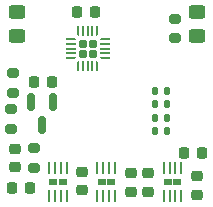
<source format=gbp>
G04 #@! TF.GenerationSoftware,KiCad,Pcbnew,(6.0.7)*
G04 #@! TF.CreationDate,2022-08-30T17:39:21-06:00*
G04 #@! TF.ProjectId,malenki-1616-3A,6d616c65-6e6b-4692-9d31-3631362d3341,rev?*
G04 #@! TF.SameCoordinates,Original*
G04 #@! TF.FileFunction,Paste,Bot*
G04 #@! TF.FilePolarity,Positive*
%FSLAX46Y46*%
G04 Gerber Fmt 4.6, Leading zero omitted, Abs format (unit mm)*
G04 Created by KiCad (PCBNEW (6.0.7)) date 2022-08-30 17:39:21*
%MOMM*%
%LPD*%
G01*
G04 APERTURE LIST*
G04 Aperture macros list*
%AMRoundRect*
0 Rectangle with rounded corners*
0 $1 Rounding radius*
0 $2 $3 $4 $5 $6 $7 $8 $9 X,Y pos of 4 corners*
0 Add a 4 corners polygon primitive as box body*
4,1,4,$2,$3,$4,$5,$6,$7,$8,$9,$2,$3,0*
0 Add four circle primitives for the rounded corners*
1,1,$1+$1,$2,$3*
1,1,$1+$1,$4,$5*
1,1,$1+$1,$6,$7*
1,1,$1+$1,$8,$9*
0 Add four rect primitives between the rounded corners*
20,1,$1+$1,$2,$3,$4,$5,0*
20,1,$1+$1,$4,$5,$6,$7,0*
20,1,$1+$1,$6,$7,$8,$9,0*
20,1,$1+$1,$8,$9,$2,$3,0*%
%AMFreePoly0*
4,1,14,0.385355,0.085355,0.400000,0.050000,0.400000,0.000711,0.385355,-0.034644,0.334644,-0.085355,0.299289,-0.100000,-0.350000,-0.100000,-0.385355,-0.085355,-0.400000,-0.050000,-0.400000,0.050000,-0.385355,0.085355,-0.350000,0.100000,0.350000,0.100000,0.385355,0.085355,0.385355,0.085355,$1*%
%AMFreePoly1*
4,1,14,0.334644,0.085355,0.385355,0.034644,0.400000,-0.000711,0.400000,-0.050000,0.385355,-0.085355,0.350000,-0.100000,-0.350000,-0.100000,-0.385355,-0.085355,-0.400000,-0.050000,-0.400000,0.050000,-0.385355,0.085355,-0.350000,0.100000,0.299289,0.100000,0.334644,0.085355,0.334644,0.085355,$1*%
%AMFreePoly2*
4,1,14,0.085355,0.385355,0.100000,0.350000,0.100000,-0.350000,0.085355,-0.385355,0.050000,-0.400000,0.000711,-0.400000,-0.034644,-0.385355,-0.085355,-0.334644,-0.100000,-0.299289,-0.100000,0.350000,-0.085355,0.385355,-0.050000,0.400000,0.050000,0.400000,0.085355,0.385355,0.085355,0.385355,$1*%
%AMFreePoly3*
4,1,14,0.085355,0.385355,0.100000,0.350000,0.100000,-0.299289,0.085355,-0.334644,0.034644,-0.385355,-0.000711,-0.400000,-0.050000,-0.400000,-0.085355,-0.385355,-0.100000,-0.350000,-0.100000,0.350000,-0.085355,0.385355,-0.050000,0.400000,0.050000,0.400000,0.085355,0.385355,0.085355,0.385355,$1*%
%AMFreePoly4*
4,1,14,0.385355,0.085355,0.400000,0.050000,0.400000,-0.050000,0.385355,-0.085355,0.350000,-0.100000,-0.350000,-0.100000,-0.385355,-0.085355,-0.400000,-0.050000,-0.400000,-0.000711,-0.385355,0.034644,-0.334644,0.085355,-0.299289,0.100000,0.350000,0.100000,0.385355,0.085355,0.385355,0.085355,$1*%
%AMFreePoly5*
4,1,14,0.385355,0.085355,0.400000,0.050000,0.400000,-0.050000,0.385355,-0.085355,0.350000,-0.100000,-0.299289,-0.100000,-0.334644,-0.085355,-0.385355,-0.034644,-0.400000,0.000711,-0.400000,0.050000,-0.385355,0.085355,-0.350000,0.100000,0.350000,0.100000,0.385355,0.085355,0.385355,0.085355,$1*%
%AMFreePoly6*
4,1,14,0.034644,0.385355,0.085355,0.334644,0.100000,0.299289,0.100000,-0.350000,0.085355,-0.385355,0.050000,-0.400000,-0.050000,-0.400000,-0.085355,-0.385355,-0.100000,-0.350000,-0.100000,0.350000,-0.085355,0.385355,-0.050000,0.400000,-0.000711,0.400000,0.034644,0.385355,0.034644,0.385355,$1*%
%AMFreePoly7*
4,1,14,0.085355,0.385355,0.100000,0.350000,0.100000,-0.350000,0.085355,-0.385355,0.050000,-0.400000,-0.050000,-0.400000,-0.085355,-0.385355,-0.100000,-0.350000,-0.100000,0.299289,-0.085355,0.334644,-0.034644,0.385355,0.000711,0.400000,0.050000,0.400000,0.085355,0.385355,0.085355,0.385355,$1*%
G04 Aperture macros list end*
%ADD10RoundRect,0.225000X0.250000X-0.225000X0.250000X0.225000X-0.250000X0.225000X-0.250000X-0.225000X0*%
%ADD11RoundRect,0.225000X0.225000X0.250000X-0.225000X0.250000X-0.225000X-0.250000X0.225000X-0.250000X0*%
%ADD12RoundRect,0.250000X0.450000X-0.325000X0.450000X0.325000X-0.450000X0.325000X-0.450000X-0.325000X0*%
%ADD13RoundRect,0.200000X-0.275000X0.200000X-0.275000X-0.200000X0.275000X-0.200000X0.275000X0.200000X0*%
%ADD14RoundRect,0.150000X-0.150000X0.587500X-0.150000X-0.587500X0.150000X-0.587500X0.150000X0.587500X0*%
%ADD15RoundRect,0.172500X-0.172500X0.172500X-0.172500X-0.172500X0.172500X-0.172500X0.172500X0.172500X0*%
%ADD16FreePoly0,270.000000*%
%ADD17RoundRect,0.050000X-0.050000X0.350000X-0.050000X-0.350000X0.050000X-0.350000X0.050000X0.350000X0*%
%ADD18FreePoly1,270.000000*%
%ADD19FreePoly2,270.000000*%
%ADD20RoundRect,0.050000X-0.350000X0.050000X-0.350000X-0.050000X0.350000X-0.050000X0.350000X0.050000X0*%
%ADD21FreePoly3,270.000000*%
%ADD22FreePoly4,270.000000*%
%ADD23FreePoly5,270.000000*%
%ADD24FreePoly6,270.000000*%
%ADD25FreePoly7,270.000000*%
%ADD26RoundRect,0.200000X0.275000X-0.200000X0.275000X0.200000X-0.275000X0.200000X-0.275000X-0.200000X0*%
%ADD27R,0.650000X0.600000*%
%ADD28R,0.250000X1.000000*%
%ADD29RoundRect,0.135000X0.135000X0.185000X-0.135000X0.185000X-0.135000X-0.185000X0.135000X-0.185000X0*%
%ADD30RoundRect,0.135000X-0.135000X-0.185000X0.135000X-0.185000X0.135000X0.185000X-0.135000X0.185000X0*%
G04 APERTURE END LIST*
D10*
X153550000Y-78875000D03*
X153550000Y-77325000D03*
X149400000Y-78625000D03*
X149400000Y-77075000D03*
X138100000Y-76525000D03*
X138100000Y-74975000D03*
D11*
X139375000Y-78295500D03*
X137825000Y-78295500D03*
X144875000Y-63400000D03*
X143325000Y-63400000D03*
D10*
X143800000Y-78475000D03*
X143800000Y-76925000D03*
D12*
X138327000Y-65442000D03*
X138327000Y-63392000D03*
X153500000Y-65442000D03*
X153500000Y-63392000D03*
D13*
X137950000Y-68575000D03*
X137950000Y-70225000D03*
X151700000Y-63975000D03*
X151700000Y-65625000D03*
D14*
X139450000Y-71062500D03*
X141350000Y-71062500D03*
X140400000Y-72937500D03*
D11*
X141275000Y-69300000D03*
X139725000Y-69300000D03*
D15*
X143847000Y-66075000D03*
X144697000Y-66075000D03*
X143847000Y-66925000D03*
X144697000Y-66925000D03*
D16*
X143472000Y-65050000D03*
D17*
X143872000Y-65050000D03*
X144272000Y-65050000D03*
X144672000Y-65050000D03*
D18*
X145072000Y-65050000D03*
D19*
X145722000Y-65700000D03*
D20*
X145722000Y-66100000D03*
X145722000Y-66500000D03*
X145722000Y-66900000D03*
D21*
X145722000Y-67300000D03*
D22*
X145072000Y-67950000D03*
D17*
X144672000Y-67950000D03*
X144272000Y-67950000D03*
X143872000Y-67950000D03*
D23*
X143472000Y-67950000D03*
D24*
X142822000Y-67300000D03*
D20*
X142822000Y-66900000D03*
X142822000Y-66500000D03*
X142822000Y-66100000D03*
D25*
X142822000Y-65700000D03*
D13*
X137750000Y-73275000D03*
X137750000Y-71625000D03*
D26*
X139700000Y-76580500D03*
X139700000Y-74930500D03*
D10*
X147900000Y-78626000D03*
X147900000Y-77076000D03*
D11*
X152425000Y-75350000D03*
X153975000Y-75350000D03*
D27*
X141350000Y-77800000D03*
X142150000Y-77800000D03*
D28*
X142500000Y-79000000D03*
X142000000Y-79000000D03*
X141500000Y-79000000D03*
X141000000Y-79000000D03*
X141000000Y-76600000D03*
X141500000Y-76600000D03*
X142000000Y-76600000D03*
X142500000Y-76600000D03*
D27*
X146250000Y-77787500D03*
X145450000Y-77787500D03*
D28*
X146600000Y-78987500D03*
X146100000Y-78987500D03*
X145600000Y-78987500D03*
X145100000Y-78987500D03*
X145100000Y-76587500D03*
X145600000Y-76587500D03*
X146100000Y-76587500D03*
X146600000Y-76587500D03*
D27*
X151850000Y-77800000D03*
X151050000Y-77800000D03*
D28*
X152200000Y-79000000D03*
X151700000Y-79000000D03*
X151200000Y-79000000D03*
X150700000Y-79000000D03*
X150700000Y-76600000D03*
X151200000Y-76600000D03*
X151700000Y-76600000D03*
X152200000Y-76600000D03*
D29*
X151010000Y-70100000D03*
X149990000Y-70100000D03*
D30*
X149990000Y-72400000D03*
X151010000Y-72400000D03*
D29*
X151010000Y-73500000D03*
X149990000Y-73500000D03*
D30*
X149990000Y-71200000D03*
X151010000Y-71200000D03*
M02*

</source>
